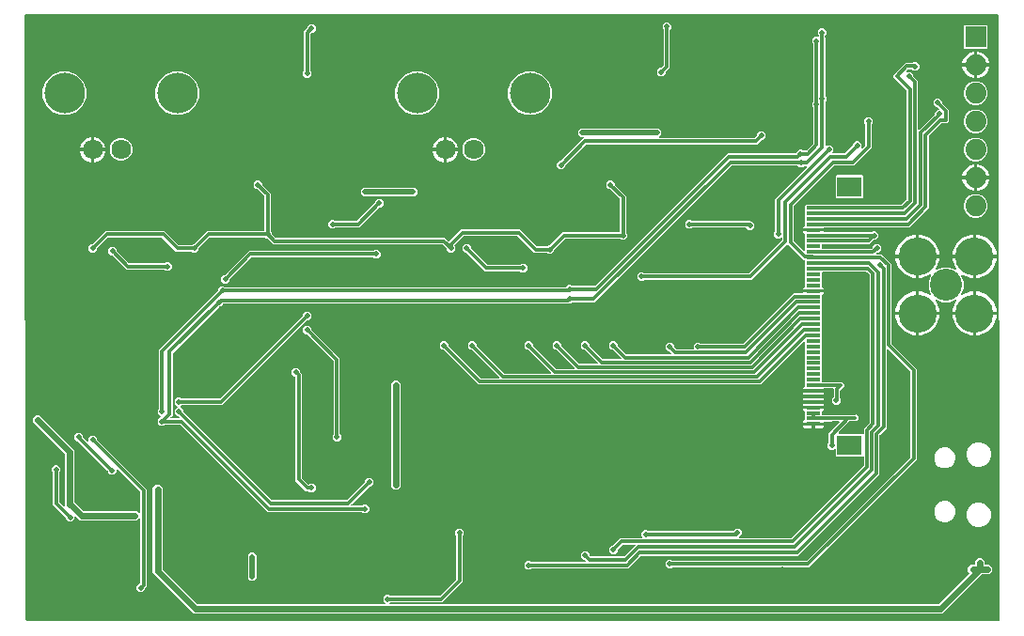
<source format=gbr>
G04 EAGLE Gerber RS-274X export*
G75*
%MOMM*%
%FSLAX34Y34*%
%LPD*%
%INBottom Copper*%
%IPPOS*%
%AMOC8*
5,1,8,0,0,1.08239X$1,22.5*%
G01*
G04 Define Apertures*
%ADD10C,1.782000*%
%ADD11C,3.657600*%
%ADD12R,1.300000X0.300000*%
%ADD13R,2.200000X1.800000*%
%ADD14R,1.890000X1.890000*%
%ADD15C,1.890000*%
%ADD16C,2.880000*%
%ADD17C,3.420000*%
%ADD18C,0.502400*%
%ADD19C,0.304800*%
%ADD20C,0.508000*%
%ADD21C,0.609600*%
G36*
X879979Y451640D02*
X879682Y451580D01*
X4026Y451580D01*
X3753Y451631D01*
X3497Y451793D01*
X3325Y452043D01*
X3264Y452340D01*
X2006Y997236D01*
X2058Y997513D01*
X2221Y997768D01*
X2471Y997940D01*
X2768Y998000D01*
X878424Y998000D01*
X878697Y997949D01*
X878953Y997787D01*
X879125Y997537D01*
X879186Y997240D01*
X880444Y452344D01*
X880392Y452067D01*
X880229Y451812D01*
X879979Y451640D01*
G37*
%LPC*%
G36*
X573743Y942368D02*
X576877Y942368D01*
X579092Y944583D01*
X579092Y945665D01*
X579148Y945951D01*
X579315Y946204D01*
X583184Y950073D01*
X583184Y984146D01*
X583240Y984432D01*
X583407Y984685D01*
X584172Y985449D01*
X584172Y988583D01*
X581957Y990798D01*
X578823Y990798D01*
X576608Y988583D01*
X576608Y985449D01*
X577373Y984685D01*
X577536Y984443D01*
X577596Y984146D01*
X577596Y952703D01*
X577540Y952417D01*
X577373Y952164D01*
X575364Y950155D01*
X575122Y949992D01*
X574825Y949932D01*
X573743Y949932D01*
X571528Y947717D01*
X571528Y944583D01*
X573743Y942368D01*
G37*
G36*
X254973Y941098D02*
X258107Y941098D01*
X260322Y943313D01*
X260322Y946447D01*
X259557Y947211D01*
X259394Y947453D01*
X259334Y947750D01*
X259334Y980237D01*
X259390Y980523D01*
X259557Y980776D01*
X260296Y981515D01*
X260538Y981678D01*
X260835Y981738D01*
X261917Y981738D01*
X264132Y983953D01*
X264132Y987087D01*
X261917Y989302D01*
X258783Y989302D01*
X256568Y987087D01*
X256568Y986005D01*
X256512Y985719D01*
X256345Y985466D01*
X253746Y982867D01*
X253746Y947750D01*
X253690Y947464D01*
X253523Y947211D01*
X252758Y946447D01*
X252758Y943313D01*
X254973Y941098D01*
G37*
G36*
X848544Y967180D02*
X868496Y967180D01*
X869240Y967924D01*
X869240Y987876D01*
X868496Y988620D01*
X848544Y988620D01*
X847800Y987876D01*
X847800Y967924D01*
X848544Y967180D01*
G37*
G36*
X454363Y497868D02*
X457497Y497868D01*
X458261Y498633D01*
X458503Y498796D01*
X458800Y498856D01*
X545501Y498856D01*
X556707Y510063D01*
X556949Y510226D01*
X557246Y510286D01*
X698786Y510286D01*
X772010Y583510D01*
X772010Y618624D01*
X772066Y618910D01*
X772233Y619163D01*
X778332Y625262D01*
X778332Y695803D01*
X778379Y696066D01*
X778538Y696324D01*
X778786Y696500D01*
X779082Y696565D01*
X779380Y696509D01*
X779633Y696342D01*
X799623Y676352D01*
X799786Y676110D01*
X799846Y675813D01*
X799846Y599643D01*
X799790Y599357D01*
X799623Y599104D01*
X706456Y505937D01*
X706214Y505774D01*
X705917Y505714D01*
X585800Y505714D01*
X585514Y505770D01*
X585261Y505937D01*
X584497Y506702D01*
X581363Y506702D01*
X579148Y504487D01*
X579148Y501353D01*
X581363Y499138D01*
X584497Y499138D01*
X585261Y499903D01*
X585503Y500066D01*
X585800Y500126D01*
X708547Y500126D01*
X805434Y597013D01*
X805434Y678443D01*
X782873Y701004D01*
X782710Y701245D01*
X782650Y701543D01*
X782650Y773125D01*
X774041Y781734D01*
X769745Y781734D01*
X769482Y781781D01*
X769224Y781940D01*
X769048Y782188D01*
X768983Y782484D01*
X769039Y782782D01*
X769206Y783035D01*
X769566Y783395D01*
X769808Y783558D01*
X770105Y783618D01*
X771187Y783618D01*
X773402Y785833D01*
X773402Y788967D01*
X771187Y791182D01*
X768053Y791182D01*
X765838Y788967D01*
X765838Y787885D01*
X765782Y787599D01*
X765615Y787346D01*
X765226Y786957D01*
X764984Y786794D01*
X764687Y786734D01*
X720942Y786734D01*
X720667Y786785D01*
X720412Y786949D01*
X720240Y787199D01*
X720180Y787496D01*
X720180Y790384D01*
X720231Y790659D01*
X720395Y790914D01*
X720645Y791086D01*
X720942Y791146D01*
X763127Y791146D01*
X766806Y794825D01*
X767048Y794988D01*
X767345Y795048D01*
X768647Y795048D01*
X770862Y797263D01*
X770862Y800397D01*
X768647Y802612D01*
X765513Y802612D01*
X764859Y801957D01*
X764617Y801794D01*
X764320Y801734D01*
X722212Y801734D01*
X721937Y801785D01*
X721682Y801949D01*
X721510Y802199D01*
X721461Y802440D01*
X703370Y802440D01*
X703370Y801388D01*
X704417Y800341D01*
X704580Y800100D01*
X704640Y799802D01*
X704640Y796884D01*
X704733Y796748D01*
X704798Y796452D01*
X704743Y796154D01*
X704640Y795999D01*
X704640Y791884D01*
X704733Y791748D01*
X704798Y791452D01*
X704743Y791154D01*
X704640Y790999D01*
X704640Y786884D01*
X704733Y786748D01*
X704798Y786452D01*
X704743Y786154D01*
X704640Y785999D01*
X704640Y785550D01*
X704593Y785286D01*
X704434Y785028D01*
X704186Y784853D01*
X703890Y784788D01*
X703592Y784843D01*
X703339Y785011D01*
X695167Y793183D01*
X695004Y793424D01*
X694944Y793722D01*
X694944Y825297D01*
X695000Y825583D01*
X695167Y825836D01*
X731184Y861853D01*
X731426Y862016D01*
X731723Y862076D01*
X749187Y862076D01*
X764794Y877683D01*
X764794Y898830D01*
X764850Y899116D01*
X765017Y899369D01*
X765782Y900133D01*
X765782Y903267D01*
X763567Y905482D01*
X760433Y905482D01*
X758218Y903267D01*
X758218Y900133D01*
X758983Y899369D01*
X759146Y899127D01*
X759206Y898830D01*
X759206Y880313D01*
X759150Y880027D01*
X758983Y879774D01*
X756923Y877714D01*
X756703Y877561D01*
X756408Y877491D01*
X756109Y877542D01*
X755854Y877706D01*
X755682Y877956D01*
X755622Y878253D01*
X755622Y881677D01*
X753407Y883892D01*
X750273Y883892D01*
X748058Y881677D01*
X748058Y880595D01*
X748002Y880309D01*
X747835Y880056D01*
X740746Y872967D01*
X740504Y872804D01*
X740207Y872744D01*
X730072Y872744D01*
X729809Y872791D01*
X729551Y872950D01*
X729375Y873198D01*
X729310Y873494D01*
X729366Y873792D01*
X729533Y874045D01*
X730222Y874733D01*
X730222Y877867D01*
X728007Y880082D01*
X724873Y880082D01*
X724411Y879619D01*
X724191Y879466D01*
X723896Y879397D01*
X723597Y879447D01*
X723342Y879611D01*
X723170Y879861D01*
X723110Y880158D01*
X723110Y919296D01*
X723166Y919582D01*
X723333Y919835D01*
X724098Y920599D01*
X724098Y923733D01*
X723333Y924497D01*
X723170Y924739D01*
X723110Y925036D01*
X723110Y977445D01*
X723107Y977448D01*
X722944Y977690D01*
X722884Y977987D01*
X722884Y978840D01*
X722940Y979126D01*
X723107Y979379D01*
X723872Y980143D01*
X723872Y983277D01*
X721657Y985492D01*
X718523Y985492D01*
X716308Y983277D01*
X716308Y980143D01*
X717073Y979379D01*
X717236Y979137D01*
X717296Y978840D01*
X717296Y978634D01*
X717245Y978359D01*
X717081Y978104D01*
X716831Y977932D01*
X716534Y977872D01*
X713443Y977872D01*
X711228Y975657D01*
X711228Y972523D01*
X711993Y971759D01*
X712156Y971517D01*
X712216Y971220D01*
X712216Y919810D01*
X712160Y919524D01*
X711993Y919271D01*
X711228Y918507D01*
X711228Y915373D01*
X711993Y914609D01*
X712156Y914367D01*
X712216Y914070D01*
X712216Y882058D01*
X712160Y881772D01*
X711993Y881520D01*
X706154Y875681D01*
X705913Y875518D01*
X705616Y875458D01*
X703736Y875458D01*
X703450Y875514D01*
X703197Y875681D01*
X702433Y876446D01*
X699299Y876446D01*
X697084Y874231D01*
X697084Y873680D01*
X697033Y873405D01*
X696869Y873150D01*
X696619Y872978D01*
X696322Y872918D01*
X635287Y872918D01*
X515956Y753587D01*
X515714Y753424D01*
X515417Y753364D01*
X495630Y753364D01*
X495344Y753420D01*
X495091Y753587D01*
X494327Y754352D01*
X491193Y754352D01*
X489159Y752317D01*
X488917Y752154D01*
X488620Y752094D01*
X183210Y752094D01*
X182924Y752150D01*
X182671Y752317D01*
X181907Y753082D01*
X178773Y753082D01*
X176558Y750867D01*
X176558Y749785D01*
X176502Y749499D01*
X176335Y749246D01*
X122936Y695847D01*
X122936Y642950D01*
X122880Y642664D01*
X122713Y642411D01*
X121948Y641647D01*
X121948Y638513D01*
X124288Y636174D01*
X124446Y635943D01*
X124511Y635647D01*
X124455Y635349D01*
X124288Y635096D01*
X121948Y632757D01*
X121948Y629623D01*
X124163Y627408D01*
X127297Y627408D01*
X128061Y628173D01*
X128303Y628336D01*
X128600Y628396D01*
X142037Y628396D01*
X142323Y628340D01*
X142576Y628173D01*
X221093Y549656D01*
X305740Y549656D01*
X306026Y549600D01*
X306279Y549433D01*
X307043Y548668D01*
X310177Y548668D01*
X312392Y550883D01*
X312392Y554017D01*
X310177Y556232D01*
X307043Y556232D01*
X306279Y555467D01*
X306037Y555304D01*
X305740Y555244D01*
X296875Y555244D01*
X296612Y555291D01*
X296354Y555450D01*
X296178Y555698D01*
X296113Y555994D01*
X296169Y556292D01*
X296336Y556545D01*
X312366Y572575D01*
X312608Y572738D01*
X312905Y572798D01*
X313987Y572798D01*
X316202Y575013D01*
X316202Y578147D01*
X313987Y580362D01*
X310853Y580362D01*
X308638Y578147D01*
X308638Y577065D01*
X308582Y576779D01*
X308415Y576526D01*
X292436Y560547D01*
X292194Y560384D01*
X291897Y560324D01*
X224993Y560324D01*
X224707Y560380D01*
X224454Y560547D01*
X144975Y640026D01*
X144812Y640268D01*
X144752Y640565D01*
X144752Y641647D01*
X142412Y643986D01*
X142254Y644217D01*
X142189Y644513D01*
X142245Y644811D01*
X142412Y645064D01*
X143301Y645953D01*
X143543Y646116D01*
X143840Y646176D01*
X180227Y646176D01*
X256486Y722435D01*
X256728Y722598D01*
X257025Y722658D01*
X258107Y722658D01*
X260322Y724873D01*
X260322Y728007D01*
X258107Y730222D01*
X254973Y730222D01*
X252758Y728007D01*
X252758Y726925D01*
X252702Y726639D01*
X252535Y726386D01*
X178136Y651987D01*
X177894Y651824D01*
X177597Y651764D01*
X143840Y651764D01*
X143554Y651820D01*
X143301Y651987D01*
X142537Y652752D01*
X139403Y652752D01*
X137188Y650537D01*
X137188Y647403D01*
X139528Y645064D01*
X139686Y644833D01*
X139751Y644537D01*
X139695Y644239D01*
X139528Y643986D01*
X137188Y641647D01*
X137188Y638513D01*
X139403Y636298D01*
X140485Y636298D01*
X140771Y636242D01*
X141024Y636075D01*
X141814Y635285D01*
X141967Y635065D01*
X142037Y634770D01*
X141986Y634471D01*
X141822Y634216D01*
X141572Y634044D01*
X141275Y633984D01*
X134315Y633984D01*
X134052Y634031D01*
X133794Y634190D01*
X133618Y634438D01*
X133553Y634734D01*
X133609Y635032D01*
X133776Y635285D01*
X135451Y636960D01*
X135451Y692640D01*
X135507Y692926D01*
X135674Y693179D01*
X177053Y734558D01*
X177295Y734721D01*
X177592Y734781D01*
X178674Y734781D01*
X180922Y737029D01*
X180940Y737129D01*
X181104Y737384D01*
X181354Y737556D01*
X181651Y737616D01*
X492647Y737616D01*
X492706Y737675D01*
X492948Y737838D01*
X493245Y737898D01*
X494327Y737898D01*
X495091Y738663D01*
X495333Y738826D01*
X495630Y738886D01*
X515507Y738886D01*
X638474Y861853D01*
X638716Y862016D01*
X639013Y862076D01*
X697819Y862076D01*
X698105Y862020D01*
X698358Y861853D01*
X699699Y860511D01*
X702833Y860511D01*
X703597Y861276D01*
X703839Y861439D01*
X704136Y861499D01*
X705848Y861499D01*
X706111Y861452D01*
X706369Y861293D01*
X706545Y861045D01*
X706610Y860749D01*
X706554Y860451D01*
X706387Y860198D01*
X677926Y831737D01*
X677926Y802970D01*
X677870Y802684D01*
X677703Y802431D01*
X676938Y801667D01*
X676938Y798533D01*
X679153Y796318D01*
X682287Y796318D01*
X682975Y797007D01*
X683195Y797160D01*
X683490Y797229D01*
X683789Y797179D01*
X684044Y797015D01*
X684216Y796765D01*
X684276Y796468D01*
X684276Y795223D01*
X684220Y794937D01*
X684053Y794684D01*
X654386Y765017D01*
X654144Y764854D01*
X653847Y764794D01*
X560400Y764794D01*
X560114Y764850D01*
X559861Y765017D01*
X559097Y765782D01*
X555963Y765782D01*
X553748Y763567D01*
X553748Y760433D01*
X555963Y758218D01*
X559097Y758218D01*
X559861Y758983D01*
X560103Y759146D01*
X560400Y759206D01*
X656477Y759206D01*
X688321Y791049D01*
X688551Y791207D01*
X688847Y791272D01*
X689145Y791217D01*
X689398Y791049D01*
X703619Y776828D01*
X703878Y776828D01*
X704153Y776777D01*
X704408Y776613D01*
X704580Y776363D01*
X704640Y776066D01*
X704640Y771884D01*
X704733Y771748D01*
X704798Y771452D01*
X704743Y771154D01*
X704640Y770999D01*
X704640Y766884D01*
X704733Y766748D01*
X704798Y766452D01*
X704743Y766154D01*
X704640Y765999D01*
X704640Y761884D01*
X704733Y761748D01*
X704798Y761452D01*
X704743Y761154D01*
X704640Y760999D01*
X704640Y756884D01*
X704733Y756748D01*
X704798Y756452D01*
X704743Y756154D01*
X704640Y755999D01*
X704640Y753078D01*
X704584Y752792D01*
X704417Y752539D01*
X703370Y751492D01*
X703370Y750440D01*
X721450Y750440D01*
X721450Y751492D01*
X720403Y752539D01*
X720240Y752781D01*
X720180Y753078D01*
X720180Y755996D01*
X720087Y756132D01*
X720022Y756428D01*
X720077Y756726D01*
X720180Y756881D01*
X720180Y760996D01*
X720087Y761132D01*
X720022Y761428D01*
X720077Y761726D01*
X720180Y761881D01*
X720180Y765384D01*
X720231Y765659D01*
X720395Y765914D01*
X720645Y766086D01*
X720942Y766146D01*
X759937Y766146D01*
X760223Y766090D01*
X760476Y765923D01*
X762793Y763606D01*
X762956Y763364D01*
X763016Y763067D01*
X763016Y630378D01*
X762960Y630092D01*
X762793Y629839D01*
X757786Y624832D01*
X757786Y620700D01*
X757739Y620436D01*
X757580Y620178D01*
X757332Y620003D01*
X757036Y619938D01*
X756738Y619993D01*
X756485Y620161D01*
X756436Y620210D01*
X735620Y620210D01*
X735356Y620257D01*
X735098Y620416D01*
X734923Y620664D01*
X734858Y620960D01*
X734913Y621258D01*
X735081Y621511D01*
X744990Y631420D01*
X745221Y631578D01*
X745517Y631643D01*
X749961Y631710D01*
X749973Y631710D01*
X751128Y631710D01*
X751932Y632539D01*
X751940Y632547D01*
X752757Y633364D01*
X752740Y634519D01*
X752740Y634530D01*
X752740Y635686D01*
X751911Y636490D01*
X751903Y636498D01*
X751086Y637315D01*
X749931Y637298D01*
X749920Y637298D01*
X742914Y637298D01*
X742847Y637252D01*
X742550Y637187D01*
X720953Y636863D01*
X720667Y636914D01*
X720412Y637077D01*
X720240Y637327D01*
X720180Y637625D01*
X720180Y639802D01*
X720236Y640088D01*
X720403Y640341D01*
X721450Y641388D01*
X721450Y642440D01*
X703370Y642440D01*
X703370Y641388D01*
X704417Y640341D01*
X704580Y640100D01*
X704640Y639802D01*
X704640Y636884D01*
X704733Y636748D01*
X704798Y636452D01*
X704743Y636154D01*
X704640Y635999D01*
X704640Y633078D01*
X704584Y632792D01*
X704417Y632539D01*
X703370Y631492D01*
X703370Y630440D01*
X721450Y630440D01*
X721450Y630531D01*
X721497Y630795D01*
X721657Y631053D01*
X721904Y631228D01*
X722201Y631293D01*
X735306Y631490D01*
X735581Y631443D01*
X735839Y631284D01*
X736014Y631036D01*
X736079Y630740D01*
X736024Y630442D01*
X735856Y630189D01*
X726186Y620519D01*
X726186Y612470D01*
X726130Y612184D01*
X725963Y611931D01*
X725198Y611167D01*
X725198Y608033D01*
X727413Y605818D01*
X730547Y605818D01*
X731339Y606611D01*
X731559Y606764D01*
X731854Y606833D01*
X732153Y606783D01*
X732408Y606619D01*
X732580Y606369D01*
X732640Y606072D01*
X732640Y600414D01*
X733384Y599670D01*
X756436Y599670D01*
X756485Y599719D01*
X756705Y599872D01*
X757000Y599942D01*
X757299Y599891D01*
X757554Y599728D01*
X757726Y599478D01*
X757786Y599180D01*
X757786Y591873D01*
X757730Y591587D01*
X757563Y591334D01*
X692486Y526257D01*
X692244Y526094D01*
X691947Y526034D01*
X646252Y526034D01*
X645989Y526081D01*
X645731Y526240D01*
X645555Y526488D01*
X645490Y526784D01*
X645546Y527082D01*
X645713Y527335D01*
X647672Y529293D01*
X647672Y532427D01*
X645457Y534642D01*
X642323Y534642D01*
X640289Y532607D01*
X640047Y532444D01*
X639750Y532384D01*
X564210Y532384D01*
X563924Y532440D01*
X563671Y532607D01*
X562907Y533372D01*
X559773Y533372D01*
X557558Y531157D01*
X557558Y528023D01*
X558247Y527335D01*
X558400Y527115D01*
X558469Y526820D01*
X558419Y526521D01*
X558255Y526266D01*
X558005Y526094D01*
X557708Y526034D01*
X538593Y526034D01*
X532184Y519625D01*
X531942Y519462D01*
X531645Y519402D01*
X530563Y519402D01*
X528348Y517187D01*
X528348Y514053D01*
X530563Y511838D01*
X533697Y511838D01*
X535912Y514053D01*
X535912Y515135D01*
X535968Y515421D01*
X536135Y515674D01*
X540684Y520223D01*
X540926Y520386D01*
X541223Y520446D01*
X551242Y520446D01*
X551505Y520399D01*
X551763Y520240D01*
X551939Y519992D01*
X552004Y519696D01*
X551948Y519398D01*
X551781Y519145D01*
X542383Y509747D01*
X542141Y509584D01*
X541844Y509524D01*
X512013Y509524D01*
X511727Y509580D01*
X511474Y509747D01*
X510735Y510486D01*
X510572Y510728D01*
X510512Y511025D01*
X510512Y512107D01*
X508297Y514322D01*
X505163Y514322D01*
X502948Y512107D01*
X502948Y508973D01*
X505163Y506758D01*
X506245Y506758D01*
X506531Y506702D01*
X506784Y506535D01*
X507574Y505745D01*
X507727Y505525D01*
X507797Y505230D01*
X507746Y504931D01*
X507582Y504676D01*
X507332Y504504D01*
X507035Y504444D01*
X458800Y504444D01*
X458514Y504500D01*
X458261Y504667D01*
X457497Y505432D01*
X454363Y505432D01*
X452148Y503217D01*
X452148Y500083D01*
X454363Y497868D01*
G37*
G36*
X860044Y954024D02*
X870510Y954024D01*
X870510Y954885D01*
X868685Y959292D01*
X865312Y962665D01*
X860905Y964490D01*
X860044Y964490D01*
X860044Y954024D01*
G37*
G36*
X846530Y954024D02*
X856996Y954024D01*
X856996Y964490D01*
X856135Y964490D01*
X851728Y962665D01*
X848355Y959292D01*
X846530Y954885D01*
X846530Y954024D01*
G37*
G36*
X703370Y805440D02*
X721460Y805440D01*
X721501Y805659D01*
X721665Y805914D01*
X721915Y806086D01*
X722212Y806146D01*
X798789Y806146D01*
X816171Y823528D01*
X816171Y888104D01*
X816227Y888390D01*
X816394Y888643D01*
X827704Y899953D01*
X827946Y900116D01*
X828243Y900176D01*
X833007Y900176D01*
X834644Y901813D01*
X834644Y911973D01*
X828235Y918382D01*
X828072Y918624D01*
X828012Y918921D01*
X828012Y920003D01*
X825797Y922218D01*
X822663Y922218D01*
X820448Y920003D01*
X820448Y916869D01*
X822663Y914654D01*
X823745Y914654D01*
X824031Y914598D01*
X824284Y914431D01*
X825356Y913359D01*
X825509Y913139D01*
X825579Y912844D01*
X825528Y912545D01*
X825364Y912290D01*
X825114Y912118D01*
X824817Y912058D01*
X823933Y912058D01*
X821718Y909843D01*
X821718Y908535D01*
X821662Y908249D01*
X821495Y907996D01*
X807757Y894258D01*
X807537Y894105D01*
X807242Y894035D01*
X806943Y894086D01*
X806688Y894250D01*
X806516Y894500D01*
X806456Y894797D01*
X806456Y938282D01*
X802452Y942286D01*
X802289Y942528D01*
X802229Y942825D01*
X802229Y943907D01*
X800014Y946122D01*
X796973Y946122D01*
X796710Y946169D01*
X796452Y946328D01*
X796276Y946576D01*
X796211Y946872D01*
X796267Y947170D01*
X796434Y947423D01*
X797450Y948439D01*
X797692Y948602D01*
X797989Y948662D01*
X800814Y948662D01*
X801100Y948606D01*
X801353Y948439D01*
X802343Y947448D01*
X805477Y947448D01*
X807692Y949663D01*
X807692Y952797D01*
X805477Y955012D01*
X802343Y955012D01*
X801805Y954473D01*
X801563Y954310D01*
X801266Y954250D01*
X795359Y954250D01*
X784606Y943497D01*
X784606Y941183D01*
X796327Y929462D01*
X796490Y929220D01*
X796550Y928923D01*
X796550Y831716D01*
X796494Y831430D01*
X796327Y831177D01*
X792107Y826957D01*
X791866Y826794D01*
X791568Y826734D01*
X711031Y826734D01*
X710913Y826710D01*
X705384Y826710D01*
X704640Y825966D01*
X704640Y821884D01*
X704733Y821748D01*
X704798Y821452D01*
X704743Y821154D01*
X704640Y820999D01*
X704640Y816884D01*
X704733Y816748D01*
X704798Y816452D01*
X704743Y816154D01*
X704640Y815999D01*
X704640Y811884D01*
X704733Y811748D01*
X704798Y811452D01*
X704743Y811154D01*
X704640Y810999D01*
X704640Y808078D01*
X704584Y807792D01*
X704417Y807539D01*
X703370Y806492D01*
X703370Y805440D01*
G37*
G36*
X856135Y940510D02*
X856996Y940510D01*
X856996Y950976D01*
X846530Y950976D01*
X846530Y950115D01*
X848355Y945708D01*
X851728Y942335D01*
X856135Y940510D01*
G37*
G36*
X860044Y940510D02*
X860905Y940510D01*
X865312Y942335D01*
X868685Y945708D01*
X870510Y950115D01*
X870510Y950976D01*
X860044Y950976D01*
X860044Y940510D01*
G37*
G36*
X34210Y907542D02*
X41990Y907542D01*
X49179Y910520D01*
X54680Y916021D01*
X57658Y923210D01*
X57658Y930990D01*
X54680Y938179D01*
X49179Y943680D01*
X41990Y946658D01*
X34210Y946658D01*
X27021Y943680D01*
X21520Y938179D01*
X18542Y930990D01*
X18542Y923210D01*
X21520Y916021D01*
X27021Y910520D01*
X34210Y907542D01*
G37*
G36*
X351710Y907542D02*
X359490Y907542D01*
X366679Y910520D01*
X372180Y916021D01*
X375158Y923210D01*
X375158Y930990D01*
X372180Y938179D01*
X366679Y943680D01*
X359490Y946658D01*
X351710Y946658D01*
X344521Y943680D01*
X339020Y938179D01*
X336042Y930990D01*
X336042Y923210D01*
X339020Y916021D01*
X344521Y910520D01*
X351710Y907542D01*
G37*
G36*
X453310Y907542D02*
X461090Y907542D01*
X468279Y910520D01*
X473780Y916021D01*
X476758Y923210D01*
X476758Y930990D01*
X473780Y938179D01*
X468279Y943680D01*
X461090Y946658D01*
X453310Y946658D01*
X446121Y943680D01*
X440620Y938179D01*
X437642Y930990D01*
X437642Y923210D01*
X440620Y916021D01*
X446121Y910520D01*
X453310Y907542D01*
G37*
G36*
X135810Y907542D02*
X143590Y907542D01*
X150779Y910520D01*
X156280Y916021D01*
X159258Y923210D01*
X159258Y930990D01*
X156280Y938179D01*
X150779Y943680D01*
X143590Y946658D01*
X135810Y946658D01*
X128621Y943680D01*
X123120Y938179D01*
X120142Y930990D01*
X120142Y923210D01*
X123120Y916021D01*
X128621Y910520D01*
X135810Y907542D01*
G37*
G36*
X856388Y916380D02*
X860652Y916380D01*
X864592Y918012D01*
X867608Y921028D01*
X869240Y924968D01*
X869240Y929232D01*
X867608Y933172D01*
X864592Y936188D01*
X860652Y937820D01*
X856388Y937820D01*
X852448Y936188D01*
X849432Y933172D01*
X847800Y929232D01*
X847800Y924968D01*
X849432Y921028D01*
X852448Y918012D01*
X856388Y916380D01*
G37*
G36*
X856388Y890980D02*
X860652Y890980D01*
X864592Y892612D01*
X867608Y895628D01*
X869240Y899568D01*
X869240Y903832D01*
X867608Y907772D01*
X864592Y910788D01*
X860652Y912420D01*
X856388Y912420D01*
X852448Y910788D01*
X849432Y907772D01*
X847800Y903832D01*
X847800Y899568D01*
X849432Y895628D01*
X852448Y892612D01*
X856388Y890980D01*
G37*
G36*
X483573Y858548D02*
X486707Y858548D01*
X488922Y860763D01*
X488922Y861845D01*
X488978Y862131D01*
X489145Y862384D01*
X507664Y880903D01*
X507906Y881066D01*
X508203Y881126D01*
X661557Y881126D01*
X665426Y884995D01*
X665668Y885158D01*
X665965Y885218D01*
X667047Y885218D01*
X669262Y887433D01*
X669262Y890567D01*
X667047Y892782D01*
X663913Y892782D01*
X661698Y890567D01*
X661698Y889485D01*
X661642Y889199D01*
X661475Y888946D01*
X659466Y886937D01*
X659224Y886774D01*
X658927Y886714D01*
X573902Y886714D01*
X573638Y886761D01*
X573380Y886920D01*
X573205Y887168D01*
X573140Y887464D01*
X573195Y887762D01*
X573363Y888015D01*
X575310Y889962D01*
X575310Y893118D01*
X573078Y895350D01*
X502612Y895350D01*
X500380Y893118D01*
X500380Y889962D01*
X502612Y887730D01*
X504749Y887730D01*
X505012Y887683D01*
X505270Y887524D01*
X505446Y887276D01*
X505511Y886980D01*
X505455Y886682D01*
X505288Y886429D01*
X485194Y866335D01*
X484952Y866172D01*
X484655Y866112D01*
X483573Y866112D01*
X481358Y863897D01*
X481358Y860763D01*
X483573Y858548D01*
G37*
G36*
X369550Y877824D02*
X379476Y877824D01*
X379476Y887750D01*
X378722Y887750D01*
X374514Y886007D01*
X371293Y882786D01*
X369550Y878578D01*
X369550Y877824D01*
G37*
G36*
X52050Y877824D02*
X61976Y877824D01*
X61976Y887750D01*
X61222Y887750D01*
X57014Y886007D01*
X53793Y882786D01*
X52050Y878578D01*
X52050Y877824D01*
G37*
G36*
X65024Y877824D02*
X74950Y877824D01*
X74950Y878578D01*
X73207Y882786D01*
X69986Y886007D01*
X65778Y887750D01*
X65024Y887750D01*
X65024Y877824D01*
G37*
G36*
X382524Y877824D02*
X392450Y877824D01*
X392450Y878578D01*
X390707Y882786D01*
X387486Y886007D01*
X383278Y887750D01*
X382524Y887750D01*
X382524Y877824D01*
G37*
G36*
X856388Y865580D02*
X860652Y865580D01*
X864592Y867212D01*
X867608Y870228D01*
X869240Y874168D01*
X869240Y878432D01*
X867608Y882372D01*
X864592Y885388D01*
X860652Y887020D01*
X856388Y887020D01*
X852448Y885388D01*
X849432Y882372D01*
X847800Y878432D01*
X847800Y874168D01*
X849432Y870228D01*
X852448Y867212D01*
X856388Y865580D01*
G37*
G36*
X404375Y866120D02*
X408425Y866120D01*
X412167Y867670D01*
X415030Y870533D01*
X416580Y874275D01*
X416580Y878325D01*
X415030Y882067D01*
X412167Y884930D01*
X408425Y886480D01*
X404375Y886480D01*
X400633Y884930D01*
X397770Y882067D01*
X396220Y878325D01*
X396220Y874275D01*
X397770Y870533D01*
X400633Y867670D01*
X404375Y866120D01*
G37*
G36*
X86875Y866120D02*
X90925Y866120D01*
X94667Y867670D01*
X97530Y870533D01*
X99080Y874275D01*
X99080Y878325D01*
X97530Y882067D01*
X94667Y884930D01*
X90925Y886480D01*
X86875Y886480D01*
X83133Y884930D01*
X80270Y882067D01*
X78720Y878325D01*
X78720Y874275D01*
X80270Y870533D01*
X83133Y867670D01*
X86875Y866120D01*
G37*
G36*
X61222Y864850D02*
X61976Y864850D01*
X61976Y874776D01*
X52050Y874776D01*
X52050Y874022D01*
X53793Y869814D01*
X57014Y866593D01*
X61222Y864850D01*
G37*
G36*
X382524Y864850D02*
X383278Y864850D01*
X387486Y866593D01*
X390707Y869814D01*
X392450Y874022D01*
X392450Y874776D01*
X382524Y874776D01*
X382524Y864850D01*
G37*
G36*
X378722Y864850D02*
X379476Y864850D01*
X379476Y874776D01*
X369550Y874776D01*
X369550Y874022D01*
X371293Y869814D01*
X374514Y866593D01*
X378722Y864850D01*
G37*
G36*
X65024Y864850D02*
X65778Y864850D01*
X69986Y866593D01*
X73207Y869814D01*
X74950Y874022D01*
X74950Y874776D01*
X65024Y874776D01*
X65024Y864850D01*
G37*
G36*
X846530Y852424D02*
X856996Y852424D01*
X856996Y862890D01*
X856135Y862890D01*
X851728Y861065D01*
X848355Y857692D01*
X846530Y853285D01*
X846530Y852424D01*
G37*
G36*
X860044Y852424D02*
X870510Y852424D01*
X870510Y853285D01*
X868685Y857692D01*
X865312Y861065D01*
X860905Y862890D01*
X860044Y862890D01*
X860044Y852424D01*
G37*
G36*
X733384Y832670D02*
X756436Y832670D01*
X757180Y833414D01*
X757180Y852466D01*
X756436Y853210D01*
X733384Y853210D01*
X732640Y852466D01*
X732640Y833414D01*
X733384Y832670D01*
G37*
G36*
X856135Y838910D02*
X856996Y838910D01*
X856996Y849376D01*
X846530Y849376D01*
X846530Y848515D01*
X848355Y844108D01*
X851728Y840735D01*
X856135Y838910D01*
G37*
G36*
X860044Y838910D02*
X860905Y838910D01*
X865312Y840735D01*
X868685Y844108D01*
X870510Y848515D01*
X870510Y849376D01*
X860044Y849376D01*
X860044Y838910D01*
G37*
G36*
X473413Y782348D02*
X476547Y782348D01*
X478762Y784563D01*
X478762Y785645D01*
X478818Y785931D01*
X478985Y786184D01*
X488614Y795813D01*
X488856Y795976D01*
X489153Y796036D01*
X538150Y796036D01*
X538436Y795980D01*
X538689Y795813D01*
X539453Y795048D01*
X542587Y795048D01*
X544802Y797263D01*
X544802Y800397D01*
X544037Y801161D01*
X543874Y801403D01*
X543814Y801700D01*
X543814Y834277D01*
X533595Y844496D01*
X533432Y844738D01*
X533372Y845035D01*
X533372Y846117D01*
X531157Y848332D01*
X528023Y848332D01*
X525808Y846117D01*
X525808Y842983D01*
X528023Y840768D01*
X529105Y840768D01*
X529391Y840712D01*
X529644Y840545D01*
X538003Y832186D01*
X538166Y831944D01*
X538226Y831647D01*
X538226Y802386D01*
X538175Y802111D01*
X538011Y801856D01*
X537761Y801684D01*
X537464Y801624D01*
X486523Y801624D01*
X475034Y790135D01*
X474792Y789972D01*
X474495Y789912D01*
X473413Y789912D01*
X472649Y789147D01*
X472407Y788984D01*
X472110Y788924D01*
X463753Y788924D01*
X463467Y788980D01*
X463214Y789147D01*
X448197Y804164D01*
X395083Y804164D01*
X384714Y793795D01*
X384483Y793637D01*
X384187Y793572D01*
X383889Y793628D01*
X383636Y793795D01*
X380887Y796544D01*
X228803Y796544D01*
X228517Y796600D01*
X228264Y796767D01*
X224985Y800046D01*
X224822Y800288D01*
X224762Y800585D01*
X224762Y801667D01*
X223997Y802431D01*
X223834Y802673D01*
X223774Y802970D01*
X223774Y836817D01*
X216095Y844496D01*
X215932Y844738D01*
X215872Y845035D01*
X215872Y846117D01*
X213657Y848332D01*
X210523Y848332D01*
X208308Y846117D01*
X208308Y842983D01*
X210523Y840768D01*
X211605Y840768D01*
X211891Y840712D01*
X212144Y840545D01*
X217963Y834726D01*
X218126Y834484D01*
X218186Y834187D01*
X218186Y803656D01*
X218135Y803381D01*
X217971Y803126D01*
X217721Y802954D01*
X217424Y802894D01*
X166483Y802894D01*
X154994Y791405D01*
X154752Y791242D01*
X154455Y791182D01*
X153373Y791182D01*
X152609Y790417D01*
X152367Y790254D01*
X152070Y790194D01*
X141173Y790194D01*
X140887Y790250D01*
X140634Y790417D01*
X128157Y802894D01*
X75043Y802894D01*
X63554Y791405D01*
X63312Y791242D01*
X63015Y791182D01*
X61933Y791182D01*
X59718Y788967D01*
X59718Y785833D01*
X61933Y783618D01*
X65067Y783618D01*
X67282Y785833D01*
X67282Y786915D01*
X67338Y787201D01*
X67505Y787454D01*
X77134Y797083D01*
X77376Y797246D01*
X77673Y797306D01*
X125527Y797306D01*
X125813Y797250D01*
X126066Y797083D01*
X138543Y784606D01*
X152070Y784606D01*
X152356Y784550D01*
X152609Y784383D01*
X153373Y783618D01*
X156507Y783618D01*
X158722Y785833D01*
X158722Y786915D01*
X158778Y787201D01*
X158945Y787454D01*
X168574Y797083D01*
X168816Y797246D01*
X169113Y797306D01*
X218110Y797306D01*
X218396Y797250D01*
X218649Y797083D01*
X219413Y796318D01*
X220495Y796318D01*
X220781Y796262D01*
X221034Y796095D01*
X226173Y790956D01*
X378257Y790956D01*
X378543Y790900D01*
X378796Y790733D01*
X382075Y787454D01*
X382238Y787212D01*
X382298Y786915D01*
X382298Y785833D01*
X384513Y783618D01*
X387647Y783618D01*
X389862Y785833D01*
X389862Y788967D01*
X389364Y789465D01*
X389206Y789695D01*
X389141Y789991D01*
X389196Y790290D01*
X389364Y790542D01*
X397174Y798353D01*
X397416Y798516D01*
X397713Y798576D01*
X445567Y798576D01*
X445853Y798520D01*
X446106Y798353D01*
X461123Y783336D01*
X472110Y783336D01*
X472396Y783280D01*
X472649Y783113D01*
X473413Y782348D01*
G37*
G36*
X307032Y834390D02*
X353368Y834390D01*
X355600Y836622D01*
X355600Y839778D01*
X353368Y842010D01*
X307032Y842010D01*
X304800Y839778D01*
X304800Y836622D01*
X307032Y834390D01*
G37*
G36*
X856388Y814780D02*
X860652Y814780D01*
X864592Y816412D01*
X867608Y819428D01*
X869240Y823368D01*
X869240Y827632D01*
X867608Y831572D01*
X864592Y834588D01*
X860652Y836220D01*
X856388Y836220D01*
X852448Y834588D01*
X849432Y831572D01*
X847800Y827632D01*
X847800Y823368D01*
X849432Y819428D01*
X852448Y816412D01*
X856388Y814780D01*
G37*
G36*
X277833Y805208D02*
X280967Y805208D01*
X281731Y805973D01*
X281973Y806136D01*
X282270Y806196D01*
X303417Y806196D01*
X321256Y824035D01*
X321498Y824198D01*
X321795Y824258D01*
X322877Y824258D01*
X325092Y826473D01*
X325092Y829607D01*
X322877Y831822D01*
X319743Y831822D01*
X317528Y829607D01*
X317528Y828525D01*
X317472Y828239D01*
X317305Y827986D01*
X301326Y812007D01*
X301084Y811844D01*
X300787Y811784D01*
X282270Y811784D01*
X281984Y811840D01*
X281731Y812007D01*
X280967Y812772D01*
X277833Y812772D01*
X275618Y810557D01*
X275618Y807423D01*
X277833Y805208D01*
G37*
G36*
X653753Y803938D02*
X656887Y803938D01*
X659102Y806153D01*
X659102Y809287D01*
X656887Y811502D01*
X655805Y811502D01*
X655519Y811558D01*
X655266Y811725D01*
X655207Y811784D01*
X603580Y811784D01*
X603294Y811840D01*
X603041Y812007D01*
X602277Y812772D01*
X599143Y812772D01*
X596928Y810557D01*
X596928Y807423D01*
X599143Y805208D01*
X602277Y805208D01*
X603041Y805973D01*
X603283Y806136D01*
X603580Y806196D01*
X651180Y806196D01*
X651466Y806140D01*
X651719Y805973D01*
X653753Y803938D01*
G37*
G36*
X837960Y781654D02*
X856076Y781654D01*
X856076Y799770D01*
X853693Y799770D01*
X846475Y796780D01*
X840950Y791255D01*
X837960Y784037D01*
X837960Y781654D01*
G37*
G36*
X786460Y781654D02*
X804576Y781654D01*
X804576Y799770D01*
X802193Y799770D01*
X794975Y796780D01*
X789450Y791255D01*
X786460Y784037D01*
X786460Y781654D01*
G37*
G36*
X807624Y781654D02*
X825740Y781654D01*
X825740Y784037D01*
X822750Y791255D01*
X817225Y796780D01*
X810007Y799770D01*
X807624Y799770D01*
X807624Y781654D01*
G37*
G36*
X859124Y781654D02*
X877240Y781654D01*
X877240Y784037D01*
X874250Y791255D01*
X868725Y796780D01*
X861507Y799770D01*
X859124Y799770D01*
X859124Y781654D01*
G37*
G36*
X449283Y765838D02*
X452417Y765838D01*
X454632Y768053D01*
X454632Y771187D01*
X452417Y773402D01*
X449283Y773402D01*
X448519Y772637D01*
X448277Y772474D01*
X447980Y772414D01*
X419303Y772414D01*
X419017Y772470D01*
X418764Y772637D01*
X404055Y787346D01*
X403892Y787588D01*
X403832Y787885D01*
X403832Y788967D01*
X401617Y791182D01*
X398483Y791182D01*
X396268Y788967D01*
X396268Y785833D01*
X398483Y783618D01*
X399565Y783618D01*
X399851Y783562D01*
X400104Y783395D01*
X416673Y766826D01*
X447980Y766826D01*
X448266Y766770D01*
X448519Y766603D01*
X449283Y765838D01*
G37*
G36*
X129243Y767108D02*
X132377Y767108D01*
X134592Y769323D01*
X134592Y772457D01*
X132377Y774672D01*
X129243Y774672D01*
X128479Y773907D01*
X128237Y773744D01*
X127940Y773684D01*
X96723Y773684D01*
X96437Y773740D01*
X96184Y773907D01*
X85285Y784806D01*
X85122Y785048D01*
X85062Y785345D01*
X85062Y786427D01*
X82847Y788642D01*
X79713Y788642D01*
X77498Y786427D01*
X77498Y783293D01*
X79713Y781078D01*
X80795Y781078D01*
X81081Y781022D01*
X81334Y780855D01*
X94093Y768096D01*
X127940Y768096D01*
X128226Y768040D01*
X128479Y767873D01*
X129243Y767108D01*
G37*
G36*
X181313Y755678D02*
X184447Y755678D01*
X186662Y757893D01*
X186662Y758975D01*
X186718Y759261D01*
X186885Y759514D01*
X206448Y779077D01*
X206690Y779240D01*
X206987Y779300D01*
X315900Y779300D01*
X316186Y779244D01*
X316439Y779077D01*
X317203Y778312D01*
X320337Y778312D01*
X322552Y780527D01*
X322552Y783661D01*
X320337Y785876D01*
X317203Y785876D01*
X316439Y785111D01*
X316197Y784948D01*
X315900Y784888D01*
X204357Y784888D01*
X182934Y763465D01*
X182692Y763302D01*
X182395Y763242D01*
X181313Y763242D01*
X179098Y761027D01*
X179098Y757893D01*
X181313Y755678D01*
G37*
G36*
X807624Y730154D02*
X825740Y730154D01*
X825740Y732537D01*
X822737Y739786D01*
X822680Y740047D01*
X822728Y740346D01*
X822890Y740603D01*
X823139Y740776D01*
X823435Y740839D01*
X823733Y740781D01*
X828733Y738710D01*
X834967Y738710D01*
X839967Y740781D01*
X840228Y740839D01*
X840528Y740790D01*
X840784Y740629D01*
X840958Y740380D01*
X841021Y740083D01*
X840963Y739786D01*
X837960Y732537D01*
X837960Y730154D01*
X856076Y730154D01*
X856076Y748270D01*
X853693Y748270D01*
X846445Y745267D01*
X846183Y745210D01*
X845884Y745258D01*
X845627Y745420D01*
X845454Y745669D01*
X845391Y745965D01*
X845449Y746263D01*
X847520Y751263D01*
X847520Y757497D01*
X845449Y762497D01*
X845392Y762758D01*
X845440Y763058D01*
X845601Y763314D01*
X845850Y763488D01*
X846147Y763551D01*
X846445Y763493D01*
X853693Y760490D01*
X856076Y760490D01*
X856076Y778606D01*
X837960Y778606D01*
X837960Y776223D01*
X840963Y768975D01*
X841020Y768713D01*
X840972Y768414D01*
X840810Y768157D01*
X840561Y767984D01*
X840265Y767921D01*
X839967Y767979D01*
X834967Y770050D01*
X828733Y770050D01*
X823733Y767979D01*
X823472Y767922D01*
X823172Y767970D01*
X822916Y768131D01*
X822742Y768380D01*
X822679Y768677D01*
X822737Y768975D01*
X825740Y776223D01*
X825740Y778606D01*
X807624Y778606D01*
X807624Y760490D01*
X810007Y760490D01*
X817256Y763493D01*
X817517Y763550D01*
X817816Y763502D01*
X818073Y763340D01*
X818246Y763091D01*
X818309Y762795D01*
X818251Y762497D01*
X816180Y757497D01*
X816180Y751263D01*
X818251Y746263D01*
X818309Y746002D01*
X818260Y745702D01*
X818099Y745446D01*
X817850Y745272D01*
X817553Y745209D01*
X817256Y745267D01*
X810007Y748270D01*
X807624Y748270D01*
X807624Y730154D01*
G37*
G36*
X859124Y760490D02*
X861507Y760490D01*
X868725Y763480D01*
X874250Y769005D01*
X877240Y776223D01*
X877240Y778606D01*
X859124Y778606D01*
X859124Y760490D01*
G37*
G36*
X802193Y760490D02*
X804576Y760490D01*
X804576Y778606D01*
X786460Y778606D01*
X786460Y776223D01*
X789450Y769005D01*
X794975Y763480D01*
X802193Y760490D01*
G37*
G36*
X859124Y730154D02*
X877240Y730154D01*
X877240Y732537D01*
X874250Y739755D01*
X868725Y745280D01*
X861507Y748270D01*
X859124Y748270D01*
X859124Y730154D01*
G37*
G36*
X786460Y730154D02*
X804576Y730154D01*
X804576Y748270D01*
X802193Y748270D01*
X794975Y745280D01*
X789450Y739755D01*
X786460Y732537D01*
X786460Y730154D01*
G37*
G36*
X731223Y646458D02*
X734357Y646458D01*
X736572Y648673D01*
X736572Y651826D01*
X736450Y652007D01*
X736390Y652304D01*
X736390Y658854D01*
X736446Y659140D01*
X736613Y659393D01*
X740003Y662783D01*
X740003Y665097D01*
X738366Y666734D01*
X720942Y666734D01*
X720667Y666785D01*
X720412Y666949D01*
X720240Y667199D01*
X720180Y667496D01*
X720180Y670996D01*
X720087Y671132D01*
X720022Y671428D01*
X720077Y671726D01*
X720180Y671881D01*
X720180Y675996D01*
X720087Y676132D01*
X720022Y676428D01*
X720077Y676726D01*
X720180Y676881D01*
X720180Y680996D01*
X720087Y681132D01*
X720022Y681428D01*
X720077Y681726D01*
X720180Y681881D01*
X720180Y685996D01*
X720087Y686132D01*
X720022Y686428D01*
X720077Y686726D01*
X720180Y686881D01*
X720180Y690996D01*
X720087Y691132D01*
X720022Y691428D01*
X720077Y691726D01*
X720180Y691881D01*
X720180Y695996D01*
X720087Y696132D01*
X720022Y696428D01*
X720077Y696726D01*
X720180Y696881D01*
X720180Y700996D01*
X720087Y701132D01*
X720022Y701428D01*
X720077Y701726D01*
X720180Y701881D01*
X720180Y705996D01*
X720087Y706132D01*
X720022Y706428D01*
X720077Y706726D01*
X720180Y706881D01*
X720180Y710996D01*
X720087Y711132D01*
X720022Y711428D01*
X720077Y711726D01*
X720180Y711881D01*
X720180Y715996D01*
X720087Y716132D01*
X720022Y716428D01*
X720077Y716726D01*
X720180Y716881D01*
X720180Y720996D01*
X720087Y721132D01*
X720022Y721428D01*
X720077Y721726D01*
X720180Y721881D01*
X720180Y725996D01*
X720087Y726132D01*
X720022Y726428D01*
X720077Y726726D01*
X720180Y726881D01*
X720180Y730996D01*
X720087Y731132D01*
X720022Y731428D01*
X720077Y731726D01*
X720180Y731881D01*
X720180Y735996D01*
X720087Y736132D01*
X720022Y736428D01*
X720077Y736726D01*
X720180Y736881D01*
X720180Y740996D01*
X720087Y741132D01*
X720022Y741428D01*
X720077Y741726D01*
X720180Y741881D01*
X720180Y744802D01*
X720236Y745088D01*
X720403Y745341D01*
X721450Y746388D01*
X721450Y747440D01*
X703360Y747440D01*
X703319Y747221D01*
X703155Y746966D01*
X702905Y746794D01*
X702608Y746734D01*
X694381Y746734D01*
X649446Y701799D01*
X649204Y701636D01*
X648907Y701576D01*
X610918Y701576D01*
X610632Y701632D01*
X610379Y701799D01*
X609897Y702282D01*
X606763Y702282D01*
X604548Y700067D01*
X604548Y696750D01*
X604497Y696475D01*
X604333Y696220D01*
X604083Y696048D01*
X603786Y695988D01*
X589709Y695988D01*
X589423Y696044D01*
X589170Y696211D01*
X586935Y698446D01*
X586772Y698688D01*
X586712Y698985D01*
X586712Y700067D01*
X584497Y702282D01*
X581363Y702282D01*
X579148Y700067D01*
X579148Y696933D01*
X581363Y694718D01*
X582445Y694718D01*
X582731Y694662D01*
X582984Y694495D01*
X584508Y692971D01*
X584661Y692751D01*
X584731Y692456D01*
X584680Y692157D01*
X584517Y691902D01*
X584266Y691730D01*
X583969Y691670D01*
X544497Y691670D01*
X544211Y691726D01*
X543958Y691893D01*
X536135Y699716D01*
X535972Y699958D01*
X535912Y700255D01*
X535912Y701337D01*
X533697Y703552D01*
X530563Y703552D01*
X528348Y701337D01*
X528348Y698203D01*
X530563Y695988D01*
X531645Y695988D01*
X531931Y695932D01*
X532184Y695765D01*
X539296Y688653D01*
X539449Y688433D01*
X539519Y688138D01*
X539468Y687839D01*
X539305Y687584D01*
X539055Y687412D01*
X538757Y687352D01*
X523415Y687352D01*
X523129Y687407D01*
X522876Y687575D01*
X510735Y699716D01*
X510572Y699958D01*
X510512Y700255D01*
X510512Y701337D01*
X508297Y703552D01*
X505163Y703552D01*
X502948Y701337D01*
X502948Y698203D01*
X505163Y695988D01*
X506245Y695988D01*
X506531Y695932D01*
X506784Y695765D01*
X518214Y684335D01*
X518367Y684115D01*
X518437Y683820D01*
X518386Y683521D01*
X518223Y683266D01*
X517973Y683094D01*
X517675Y683034D01*
X502333Y683034D01*
X502047Y683089D01*
X501794Y683257D01*
X485335Y699716D01*
X485172Y699958D01*
X485112Y700255D01*
X485112Y701337D01*
X482897Y703552D01*
X479763Y703552D01*
X477548Y701337D01*
X477548Y698203D01*
X479763Y695988D01*
X480845Y695988D01*
X481131Y695932D01*
X481384Y695765D01*
X497132Y680016D01*
X497285Y679797D01*
X497355Y679502D01*
X497304Y679203D01*
X497141Y678947D01*
X496891Y678776D01*
X496593Y678716D01*
X481251Y678716D01*
X480965Y678771D01*
X480713Y678939D01*
X459935Y699716D01*
X459772Y699958D01*
X459712Y700255D01*
X459712Y701337D01*
X457497Y703552D01*
X454363Y703552D01*
X452148Y701337D01*
X452148Y698203D01*
X454363Y695988D01*
X455445Y695988D01*
X455731Y695932D01*
X455984Y695765D01*
X476050Y675698D01*
X476203Y675479D01*
X476273Y675184D01*
X476222Y674885D01*
X476059Y674629D01*
X475809Y674458D01*
X475512Y674398D01*
X434769Y674398D01*
X434483Y674453D01*
X434231Y674621D01*
X409135Y699716D01*
X408972Y699958D01*
X408912Y700255D01*
X408912Y701337D01*
X406697Y703552D01*
X403563Y703552D01*
X401348Y701337D01*
X401348Y698203D01*
X403563Y695988D01*
X404645Y695988D01*
X404931Y695932D01*
X405184Y695765D01*
X429568Y671380D01*
X429721Y671161D01*
X429791Y670866D01*
X429740Y670567D01*
X429577Y670311D01*
X429327Y670140D01*
X429030Y670079D01*
X413688Y670079D01*
X413402Y670135D01*
X413149Y670303D01*
X383735Y699716D01*
X383572Y699958D01*
X383512Y700255D01*
X383512Y701337D01*
X381297Y703552D01*
X378163Y703552D01*
X375948Y701337D01*
X375948Y698203D01*
X378163Y695988D01*
X379245Y695988D01*
X379531Y695932D01*
X379784Y695765D01*
X411057Y664491D01*
X664961Y664491D01*
X703339Y702869D01*
X703559Y703022D01*
X703854Y703092D01*
X704153Y703041D01*
X704408Y702878D01*
X704580Y702628D01*
X704640Y702330D01*
X704640Y701884D01*
X704733Y701748D01*
X704798Y701452D01*
X704743Y701154D01*
X704640Y700999D01*
X704640Y696884D01*
X704733Y696748D01*
X704798Y696452D01*
X704743Y696154D01*
X704640Y695999D01*
X704640Y691884D01*
X704733Y691748D01*
X704798Y691452D01*
X704743Y691154D01*
X704640Y690999D01*
X704640Y686884D01*
X704733Y686748D01*
X704798Y686452D01*
X704743Y686154D01*
X704640Y685999D01*
X704640Y681884D01*
X704733Y681748D01*
X704798Y681452D01*
X704743Y681154D01*
X704640Y680999D01*
X704640Y676884D01*
X704733Y676748D01*
X704798Y676452D01*
X704743Y676154D01*
X704640Y675999D01*
X704640Y671884D01*
X704733Y671748D01*
X704798Y671452D01*
X704743Y671154D01*
X704640Y670999D01*
X704640Y666884D01*
X704733Y666748D01*
X704798Y666452D01*
X704743Y666154D01*
X704640Y665999D01*
X704640Y663078D01*
X704584Y662792D01*
X704417Y662539D01*
X703370Y661492D01*
X703370Y660440D01*
X721460Y660440D01*
X721501Y660659D01*
X721665Y660914D01*
X721915Y661086D01*
X722212Y661146D01*
X730040Y661146D01*
X730315Y661095D01*
X730570Y660931D01*
X730742Y660681D01*
X730802Y660384D01*
X730802Y653916D01*
X730746Y653630D01*
X730579Y653377D01*
X729008Y651807D01*
X729008Y648673D01*
X731223Y646458D01*
G37*
G36*
X802193Y708990D02*
X804576Y708990D01*
X804576Y727106D01*
X786460Y727106D01*
X786460Y724723D01*
X789450Y717505D01*
X794975Y711980D01*
X802193Y708990D01*
G37*
G36*
X859124Y708990D02*
X861507Y708990D01*
X868725Y711980D01*
X874250Y717505D01*
X877240Y724723D01*
X877240Y727106D01*
X859124Y727106D01*
X859124Y708990D01*
G37*
G36*
X853693Y708990D02*
X856076Y708990D01*
X856076Y727106D01*
X837960Y727106D01*
X837960Y724723D01*
X840950Y717505D01*
X846475Y711980D01*
X853693Y708990D01*
G37*
G36*
X807624Y708990D02*
X810007Y708990D01*
X817225Y711980D01*
X822750Y717505D01*
X825740Y724723D01*
X825740Y727106D01*
X807624Y727106D01*
X807624Y708990D01*
G37*
G36*
X281643Y613438D02*
X284777Y613438D01*
X286992Y615653D01*
X286992Y618787D01*
X286227Y619551D01*
X286064Y619793D01*
X286004Y620090D01*
X286004Y688227D01*
X260545Y713686D01*
X260382Y713928D01*
X260322Y714225D01*
X260322Y715307D01*
X258107Y717522D01*
X254973Y717522D01*
X252758Y715307D01*
X252758Y712173D01*
X254973Y709958D01*
X256055Y709958D01*
X256341Y709902D01*
X256594Y709735D01*
X280193Y686136D01*
X280356Y685894D01*
X280416Y685597D01*
X280416Y620090D01*
X280360Y619804D01*
X280193Y619551D01*
X279428Y618787D01*
X279428Y615653D01*
X281643Y613438D01*
G37*
G36*
X258783Y567718D02*
X261917Y567718D01*
X264132Y569933D01*
X264132Y573067D01*
X261917Y575282D01*
X258783Y575282D01*
X258285Y574784D01*
X258055Y574626D01*
X257759Y574561D01*
X257460Y574616D01*
X257208Y574784D01*
X251937Y580054D01*
X251774Y580296D01*
X251714Y580593D01*
X251714Y674257D01*
X250385Y675586D01*
X250222Y675828D01*
X250162Y676125D01*
X250162Y677207D01*
X247947Y679422D01*
X244813Y679422D01*
X242598Y677207D01*
X242598Y674073D01*
X244813Y671858D01*
X245364Y671858D01*
X245639Y671807D01*
X245894Y671643D01*
X246066Y671393D01*
X246126Y671096D01*
X246126Y577963D01*
X255383Y568706D01*
X257480Y568706D01*
X257766Y568650D01*
X258019Y568483D01*
X258783Y567718D01*
G37*
G36*
X334761Y569722D02*
X338339Y569722D01*
X340868Y572251D01*
X340868Y665999D01*
X338339Y668528D01*
X334761Y668528D01*
X332232Y665999D01*
X332232Y572251D01*
X334761Y569722D01*
G37*
G36*
X703370Y655440D02*
X721450Y655440D01*
X721450Y657440D01*
X703370Y657440D01*
X703370Y655440D01*
G37*
G36*
X703370Y650440D02*
X721450Y650440D01*
X721450Y652440D01*
X703370Y652440D01*
X703370Y650440D01*
G37*
G36*
X703370Y645440D02*
X721450Y645440D01*
X721450Y647440D01*
X703370Y647440D01*
X703370Y645440D01*
G37*
G36*
X105113Y477548D02*
X108247Y477548D01*
X110462Y479763D01*
X110462Y480845D01*
X110518Y481131D01*
X110685Y481384D01*
X112014Y482713D01*
X112014Y570117D01*
X67505Y614626D01*
X67342Y614868D01*
X67282Y615165D01*
X67282Y616247D01*
X65067Y618462D01*
X61933Y618462D01*
X59718Y616247D01*
X59718Y613894D01*
X59671Y613631D01*
X59512Y613373D01*
X59264Y613197D01*
X58968Y613132D01*
X58670Y613188D01*
X58417Y613355D01*
X55059Y616713D01*
X54896Y616955D01*
X54836Y617252D01*
X54836Y618787D01*
X52621Y621002D01*
X49487Y621002D01*
X47272Y618787D01*
X47272Y615653D01*
X49487Y613438D01*
X50116Y613438D01*
X50402Y613382D01*
X50655Y613215D01*
X76890Y586980D01*
X77053Y586738D01*
X77113Y586441D01*
X77113Y585359D01*
X79329Y583144D01*
X82462Y583144D01*
X84677Y585359D01*
X84677Y587712D01*
X84724Y587975D01*
X84883Y588233D01*
X85131Y588409D01*
X85427Y588474D01*
X85725Y588418D01*
X85978Y588251D01*
X106203Y568026D01*
X106366Y567784D01*
X106426Y567487D01*
X106426Y548994D01*
X106379Y548731D01*
X106220Y548473D01*
X105972Y548297D01*
X105676Y548232D01*
X105378Y548288D01*
X105125Y548455D01*
X103163Y550418D01*
X55670Y550418D01*
X55384Y550474D01*
X55131Y550641D01*
X47495Y558277D01*
X47332Y558519D01*
X47272Y558816D01*
X47272Y605265D01*
X15759Y636778D01*
X12181Y636778D01*
X9652Y634249D01*
X9652Y630671D01*
X38413Y601911D01*
X38576Y601669D01*
X38636Y601372D01*
X38636Y555165D01*
X38589Y554902D01*
X38430Y554644D01*
X38182Y554468D01*
X37886Y554403D01*
X37588Y554459D01*
X37335Y554626D01*
X33497Y558464D01*
X33334Y558706D01*
X33274Y559003D01*
X33274Y585140D01*
X33330Y585426D01*
X33497Y585679D01*
X34262Y586443D01*
X34262Y589577D01*
X32047Y591792D01*
X28913Y591792D01*
X26698Y589577D01*
X26698Y586443D01*
X27463Y585679D01*
X27626Y585437D01*
X27686Y585140D01*
X27686Y556373D01*
X39175Y544884D01*
X39338Y544642D01*
X39398Y544345D01*
X39398Y543263D01*
X41613Y541048D01*
X44747Y541048D01*
X46962Y543263D01*
X46962Y544758D01*
X47009Y545021D01*
X47168Y545279D01*
X47416Y545455D01*
X47712Y545520D01*
X48010Y545464D01*
X48263Y545297D01*
X51777Y541782D01*
X103163Y541782D01*
X105125Y543745D01*
X105345Y543898D01*
X105640Y543967D01*
X105939Y543917D01*
X106194Y543753D01*
X106366Y543503D01*
X106426Y543206D01*
X106426Y485874D01*
X106375Y485599D01*
X106211Y485344D01*
X105961Y485172D01*
X105664Y485112D01*
X105113Y485112D01*
X102898Y482897D01*
X102898Y479763D01*
X105113Y477548D01*
G37*
G36*
X713910Y624900D02*
X719962Y624900D01*
X721450Y626388D01*
X721450Y627440D01*
X713910Y627440D01*
X713910Y624900D01*
G37*
G36*
X704858Y624900D02*
X710910Y624900D01*
X710910Y627440D01*
X703370Y627440D01*
X703370Y626388D01*
X704858Y624900D01*
G37*
G36*
X858892Y590630D02*
X863268Y590630D01*
X867311Y592305D01*
X870405Y595399D01*
X872080Y599442D01*
X872080Y603818D01*
X870405Y607861D01*
X867311Y610955D01*
X863268Y612630D01*
X858892Y612630D01*
X854849Y610955D01*
X851755Y607861D01*
X850080Y603818D01*
X850080Y599442D01*
X851755Y595399D01*
X854849Y592305D01*
X858892Y590630D01*
G37*
G36*
X828890Y589130D02*
X832670Y589130D01*
X836161Y590576D01*
X838834Y593249D01*
X840280Y596740D01*
X840280Y600520D01*
X838834Y604011D01*
X836161Y606684D01*
X832670Y608130D01*
X828890Y608130D01*
X825399Y606684D01*
X822726Y604011D01*
X821280Y600520D01*
X821280Y596740D01*
X822726Y593249D01*
X825399Y590576D01*
X828890Y589130D01*
G37*
G36*
X154421Y457962D02*
X828559Y457962D01*
X863895Y493299D01*
X864137Y493462D01*
X864434Y493522D01*
X870469Y493522D01*
X872998Y496051D01*
X872998Y499629D01*
X870469Y502158D01*
X867410Y502158D01*
X867135Y502209D01*
X866880Y502373D01*
X866708Y502623D01*
X866648Y502920D01*
X866648Y505979D01*
X864119Y508508D01*
X860541Y508508D01*
X858012Y505979D01*
X858012Y502920D01*
X857961Y502645D01*
X857797Y502390D01*
X857547Y502218D01*
X857250Y502158D01*
X854191Y502158D01*
X851662Y499629D01*
X851662Y496051D01*
X852510Y495204D01*
X852668Y494973D01*
X852733Y494677D01*
X852677Y494379D01*
X852510Y494126D01*
X825205Y466821D01*
X824963Y466658D01*
X824666Y466598D01*
X331546Y466598D01*
X331283Y466645D01*
X331025Y466804D01*
X330849Y467052D01*
X330784Y467348D01*
X330840Y467646D01*
X331007Y467899D01*
X331261Y468153D01*
X331503Y468316D01*
X331800Y468376D01*
X378347Y468376D01*
X396494Y486523D01*
X396494Y527990D01*
X396550Y528276D01*
X396717Y528529D01*
X397482Y529293D01*
X397482Y532427D01*
X395267Y534642D01*
X392133Y534642D01*
X389918Y532427D01*
X389918Y529293D01*
X390683Y528529D01*
X390846Y528287D01*
X390906Y527990D01*
X390906Y489153D01*
X390850Y488867D01*
X390683Y488614D01*
X376256Y474187D01*
X376014Y474024D01*
X375717Y473964D01*
X331800Y473964D01*
X331514Y474020D01*
X331261Y474187D01*
X330497Y474952D01*
X327363Y474952D01*
X325148Y472737D01*
X325148Y469603D01*
X326853Y467899D01*
X327006Y467679D01*
X327075Y467384D01*
X327025Y467085D01*
X326861Y466830D01*
X326611Y466658D01*
X326314Y466598D01*
X158314Y466598D01*
X158028Y466654D01*
X157775Y466821D01*
X126461Y498135D01*
X126298Y498377D01*
X126238Y498674D01*
X126238Y572019D01*
X123709Y574548D01*
X120131Y574548D01*
X117602Y572019D01*
X117602Y494781D01*
X154421Y457962D01*
G37*
G36*
X828890Y540630D02*
X832670Y540630D01*
X836161Y542076D01*
X838834Y544749D01*
X840280Y548240D01*
X840280Y552020D01*
X838834Y555511D01*
X836161Y558184D01*
X832670Y559630D01*
X828890Y559630D01*
X825399Y558184D01*
X822726Y555511D01*
X821280Y552020D01*
X821280Y548240D01*
X822726Y544749D01*
X825399Y542076D01*
X828890Y540630D01*
G37*
G36*
X858892Y536130D02*
X863268Y536130D01*
X867311Y537805D01*
X870405Y540899D01*
X872080Y544942D01*
X872080Y549318D01*
X870405Y553361D01*
X867311Y556455D01*
X863268Y558130D01*
X858892Y558130D01*
X854849Y556455D01*
X851755Y553361D01*
X850080Y549318D01*
X850080Y544942D01*
X851755Y540899D01*
X854849Y537805D01*
X858892Y536130D01*
G37*
G36*
X205432Y487680D02*
X208588Y487680D01*
X210820Y489912D01*
X210820Y510848D01*
X208588Y513080D01*
X205432Y513080D01*
X203200Y510848D01*
X203200Y489912D01*
X205432Y487680D01*
G37*
%LPD*%
D10*
X88900Y876300D03*
X63500Y876300D03*
D11*
X139700Y927100D03*
X38100Y927100D03*
D10*
X406400Y876300D03*
X381000Y876300D03*
D11*
X457200Y927100D03*
X355600Y927100D03*
D12*
X712410Y823940D03*
X712410Y818940D03*
X712410Y813940D03*
X712410Y808940D03*
X712410Y803940D03*
X712410Y798940D03*
X712410Y793940D03*
X712410Y788940D03*
X712410Y783940D03*
X712410Y778940D03*
X712410Y773940D03*
X712410Y768940D03*
X712410Y763940D03*
X712410Y758940D03*
X712410Y753940D03*
X712410Y748940D03*
X712410Y743940D03*
X712410Y738940D03*
X712410Y733940D03*
X712410Y728940D03*
X712410Y723940D03*
X712410Y718940D03*
X712410Y713940D03*
X712410Y708940D03*
X712410Y703940D03*
X712410Y698940D03*
X712410Y693940D03*
X712410Y688940D03*
X712410Y683940D03*
X712410Y678940D03*
X712410Y673940D03*
X712410Y668940D03*
X712410Y663940D03*
X712410Y658940D03*
X712410Y653940D03*
X712410Y648940D03*
X712410Y643940D03*
X712410Y638940D03*
X712410Y633940D03*
X712410Y628940D03*
D13*
X744910Y842940D03*
X744910Y609940D03*
D14*
X858520Y977900D03*
D15*
X858520Y952500D03*
X858520Y927100D03*
X858520Y901700D03*
X858520Y876300D03*
X858520Y850900D03*
X858520Y825500D03*
D16*
X831850Y754380D03*
D17*
X857600Y780130D03*
X806100Y780130D03*
X806100Y728630D03*
X857600Y728630D03*
D18*
X80895Y586926D03*
D19*
X51054Y616767D01*
D18*
X351790Y838200D03*
D20*
X308610Y838200D01*
D18*
X308610Y838200D03*
X504190Y891540D03*
D20*
X571500Y891540D01*
D18*
X571500Y891540D03*
X207010Y491490D03*
D20*
X207010Y509270D01*
D18*
X207010Y509270D03*
X51054Y617220D03*
D19*
X51054Y616767D01*
D18*
X279400Y808990D03*
D19*
X302260Y808990D02*
X321310Y828040D01*
X302260Y808990D02*
X279400Y808990D01*
D18*
X321310Y828040D03*
X81280Y784860D03*
D19*
X95250Y770890D01*
X130810Y770890D01*
D18*
X130810Y770890D03*
X182880Y759460D03*
X485140Y862330D03*
D19*
X506730Y883920D01*
X660400Y883920D02*
X665480Y889000D01*
X660400Y883920D02*
X506730Y883920D01*
D18*
X665480Y889000D03*
X318770Y782094D03*
D19*
X205514Y782094D02*
X182880Y759460D01*
X205514Y782094D02*
X318770Y782094D01*
D18*
X715010Y974090D03*
X700866Y872664D03*
D19*
X715010Y916940D02*
X715010Y974090D01*
X715010Y916940D02*
X715010Y880586D01*
X707089Y872664D01*
X700866Y872664D01*
D18*
X180340Y749300D03*
D19*
X491490Y749300D01*
X492760Y750570D01*
D18*
X492760Y750570D03*
D19*
X516890Y750570D01*
X636444Y870124D01*
X698326Y870124D02*
X700866Y872664D01*
X698326Y870124D02*
X636444Y870124D01*
X180340Y749300D02*
X125730Y694690D01*
X125730Y640080D01*
D18*
X125730Y640080D03*
X312420Y576580D03*
D19*
X293370Y557530D01*
X223520Y557530D01*
X140970Y640080D01*
D18*
X140970Y640080D03*
X715010Y916940D03*
X720090Y981710D03*
X701266Y864293D03*
D19*
X706813Y864293D01*
X720090Y976514D02*
X720090Y981710D01*
X720090Y976514D02*
X720316Y976288D01*
X720316Y922166D01*
X720316Y877796D01*
X706813Y864293D01*
X492760Y741680D02*
X491490Y740410D01*
D18*
X492760Y741680D03*
D19*
X514350Y741680D01*
X637540Y864870D01*
X700689Y864870D01*
X701266Y864293D01*
D18*
X177107Y738563D03*
D19*
X178954Y740410D02*
X491490Y740410D01*
X178954Y740410D02*
X177107Y738563D01*
D18*
X125730Y631190D03*
D19*
X132657Y638117D01*
X132657Y694113D02*
X177107Y738563D01*
X132657Y694113D02*
X132657Y638117D01*
D18*
X308610Y552450D03*
D19*
X222250Y552450D01*
X143510Y631190D01*
X125730Y631190D01*
D18*
X720316Y922166D03*
X256540Y944880D03*
D19*
X256540Y981710D02*
X260350Y985520D01*
X256540Y981710D02*
X256540Y944880D01*
D18*
X260350Y985520D03*
X400050Y787400D03*
X450850Y769620D03*
D19*
X417830Y769620D01*
X400050Y787400D01*
D18*
X575310Y946150D03*
X580390Y987016D03*
D19*
X580390Y951230D01*
X575310Y946150D01*
D18*
X600710Y808990D03*
D19*
X654050Y808990D01*
X655320Y807720D01*
D18*
X655320Y807720D03*
X751840Y880110D03*
D19*
X655320Y762000D02*
X557530Y762000D01*
D18*
X557530Y762000D03*
D19*
X741680Y869950D02*
X751840Y880110D01*
X741680Y869950D02*
X727710Y869950D01*
X687070Y829310D01*
X687070Y793750D01*
X655320Y762000D01*
D18*
X608330Y698500D03*
D19*
X650380Y698782D02*
X695538Y743940D01*
X608612Y698782D02*
X608330Y698500D01*
X608612Y698782D02*
X650380Y698782D01*
X695538Y743940D02*
X712410Y743940D01*
D18*
X582930Y698500D03*
D19*
X588236Y693194D01*
X651803Y693194D01*
X697549Y738940D02*
X712410Y738940D01*
X697549Y738940D02*
X651803Y693194D01*
D18*
X532130Y699770D03*
D19*
X543024Y688876D01*
X653591Y688876D01*
X698656Y733940D02*
X712410Y733940D01*
X698656Y733940D02*
X653591Y688876D01*
D18*
X506730Y699770D03*
D19*
X521942Y684558D01*
X655380Y684558D01*
X699762Y728940D02*
X712410Y728940D01*
X699762Y728940D02*
X655380Y684558D01*
D18*
X481330Y699770D03*
D19*
X500860Y680240D01*
X700869Y723940D02*
X712410Y723940D01*
X700869Y723940D02*
X657169Y680240D01*
X500860Y680240D01*
D18*
X455930Y699770D03*
D19*
X479778Y675922D01*
X701975Y718940D02*
X712410Y718940D01*
X701975Y718940D02*
X658957Y675922D01*
X479778Y675922D01*
D18*
X405130Y699770D03*
D19*
X433297Y671604D01*
X704352Y713940D02*
X712410Y713940D01*
X704352Y713940D02*
X662016Y671604D01*
X433297Y671604D01*
D18*
X379730Y699770D03*
D19*
X412215Y667285D01*
X705459Y708940D02*
X712410Y708940D01*
X705459Y708940D02*
X663804Y667285D01*
X412215Y667285D01*
X712410Y783940D02*
X766160Y783940D01*
X769620Y787400D01*
D18*
X769620Y787400D03*
X772160Y772160D03*
D19*
X769216Y584668D02*
X697629Y513080D01*
X769216Y584668D02*
X769216Y620097D01*
X697629Y513080D02*
X555773Y513080D01*
X544343Y501650D01*
X455930Y501650D01*
D18*
X455930Y501650D03*
D19*
X772160Y772160D02*
X775538Y768782D01*
X775538Y626419D02*
X769216Y620097D01*
X775538Y626419D02*
X775538Y768782D01*
X762760Y773940D02*
X712410Y773940D01*
X762760Y773940D02*
X770890Y765810D01*
X770890Y627878D01*
X764898Y587534D02*
X695524Y518160D01*
X764898Y621886D02*
X770890Y627878D01*
X764898Y621886D02*
X764898Y587534D01*
X510540Y506730D02*
X506730Y510540D01*
D18*
X506730Y510540D03*
D19*
X554747Y518160D02*
X695524Y518160D01*
X554747Y518160D02*
X543317Y506730D01*
X510540Y506730D01*
X712410Y768940D02*
X761410Y768940D01*
X765810Y764540D01*
X765810Y628905D01*
X760580Y590400D02*
X693420Y523240D01*
X760580Y623675D02*
X765810Y628905D01*
X760580Y623675D02*
X760580Y590400D01*
X693420Y523240D02*
X539750Y523240D01*
X532130Y515620D01*
D18*
X532130Y515620D03*
X582930Y502920D03*
D19*
X707390Y502920D01*
X802640Y598170D01*
X802640Y677286D01*
X779856Y700070D01*
X772884Y778940D02*
X712410Y778940D01*
X772884Y778940D02*
X779856Y771968D01*
X779856Y700070D01*
D18*
X762000Y901700D03*
D19*
X711728Y779622D02*
X712410Y778940D01*
X711728Y779622D02*
X704777Y779622D01*
X692150Y792249D01*
X692150Y826770D01*
X730250Y864870D01*
X748030Y864870D01*
X762000Y878840D01*
X762000Y901700D01*
D18*
X283210Y617220D03*
D19*
X283210Y687070D02*
X256540Y713740D01*
D18*
X256540Y713740D03*
D19*
X283210Y687070D02*
X283210Y617220D01*
D18*
X643890Y530860D03*
X561340Y529590D03*
X393700Y530860D03*
D19*
X393700Y487680D01*
X377190Y471170D01*
X328930Y471170D01*
D18*
X328930Y471170D03*
X106680Y481330D03*
D19*
X109220Y483870D02*
X109220Y568960D01*
X109220Y483870D02*
X106680Y481330D01*
X109220Y568960D02*
X63500Y614680D01*
D18*
X63500Y614680D03*
D19*
X642620Y529590D02*
X643890Y530860D01*
X642620Y529590D02*
X561340Y529590D01*
D18*
X229870Y942340D03*
X289560Y909320D03*
X276860Y800100D03*
X31750Y772160D03*
X143510Y749300D03*
X547370Y943610D03*
X607060Y908050D03*
X351790Y772160D03*
X699770Y943610D03*
X789940Y982980D03*
X726031Y901700D03*
X710874Y836720D03*
X462280Y754606D03*
X563935Y783761D03*
X243840Y755650D03*
X168910Y713740D03*
X194310Y675640D03*
X214630Y675640D03*
X233680Y675640D03*
X99060Y640080D03*
X87630Y674370D03*
X63500Y673100D03*
X50800Y632460D03*
X162560Y655320D03*
X293370Y711200D03*
X228600Y622300D03*
X259080Y593090D03*
X53340Y556260D03*
X811530Y497840D03*
X817880Y497840D03*
X805180Y497840D03*
X811530Y504190D03*
X205740Y521970D03*
X165100Y494030D03*
X253307Y676217D03*
X430530Y497840D03*
X557530Y497840D03*
X430530Y699770D03*
X557530Y698500D03*
X684530Y497614D03*
X826770Y698500D03*
X173990Y580390D03*
D19*
X177479Y494979D02*
X176530Y494030D01*
D18*
X821533Y869950D03*
X101826Y514350D03*
X684530Y650240D03*
X751840Y758190D03*
X725170Y840740D03*
X285859Y516999D03*
X121920Y570230D03*
D21*
X121920Y554990D01*
D18*
X121920Y554990D03*
X862330Y497840D03*
X855980Y497840D03*
X868680Y497840D03*
X862330Y504190D03*
D21*
X862330Y497840D02*
X826770Y462280D01*
X156210Y462280D02*
X121920Y496570D01*
X156210Y462280D02*
X826770Y462280D01*
X121920Y496570D02*
X121920Y554990D01*
X855980Y497840D02*
X862330Y497840D01*
X868680Y497840D01*
X862330Y497840D02*
X862330Y504190D01*
D19*
X794148Y818940D02*
X712410Y818940D01*
D18*
X798447Y942340D03*
D19*
X803662Y828454D02*
X794148Y818940D01*
X803662Y828454D02*
X803662Y937125D01*
X798447Y942340D01*
D18*
X803910Y951230D03*
D19*
X803684Y951456D01*
X796516Y951456D01*
X799344Y830243D02*
X793041Y823940D01*
X712410Y823940D01*
X799344Y830243D02*
X799344Y930396D01*
X787400Y942340D01*
X796516Y951456D01*
D18*
X824230Y918436D03*
D19*
X797632Y808940D02*
X712410Y808940D01*
X824230Y918436D02*
X831850Y910816D01*
X831850Y902970D02*
X826770Y902970D01*
X831850Y902970D02*
X831850Y910816D01*
X826770Y902970D02*
X813377Y889577D01*
X813377Y824685D02*
X797632Y808940D01*
X813377Y824685D02*
X813377Y889577D01*
D18*
X336550Y664210D03*
D19*
X712410Y798940D02*
X766970Y798940D01*
X767080Y798830D01*
D18*
X767080Y798830D03*
D19*
X761970Y793940D02*
X712410Y793940D01*
X761970Y793940D02*
X766970Y798940D01*
D18*
X728980Y609600D03*
D19*
X712410Y633940D02*
X749946Y634504D01*
X744123Y634504D01*
X728980Y619361D01*
X728980Y609600D01*
X712410Y633940D02*
X712410Y638940D01*
D18*
X336550Y657860D03*
X336550Y580390D03*
X336550Y574040D03*
D21*
X336550Y657860D02*
X336550Y664210D01*
X336550Y657860D02*
X336550Y603250D01*
X336550Y580390D01*
X336550Y574040D01*
D18*
X336550Y603250D03*
X260350Y571500D03*
D19*
X256540Y571500D01*
X248920Y579120D01*
X248920Y673100D02*
X246380Y675640D01*
X248920Y673100D02*
X248920Y579120D01*
D18*
X246380Y675640D03*
D19*
X712410Y813940D02*
X796525Y813940D01*
D18*
X825500Y908276D03*
D19*
X825500Y908050D01*
X809059Y891609D01*
X809059Y826474D02*
X796525Y813940D01*
X809059Y826474D02*
X809059Y891609D01*
D18*
X726440Y876300D03*
D19*
X680720Y830580D01*
X680720Y800100D01*
D18*
X680720Y800100D03*
X256540Y726440D03*
D19*
X179070Y648970D01*
X140970Y648970D01*
D18*
X140970Y648970D03*
X30480Y588010D03*
D19*
X30480Y557530D01*
X43180Y544830D01*
D18*
X43180Y544830D03*
X212090Y844550D03*
D19*
X220980Y835660D01*
X220980Y800100D01*
D18*
X220980Y800100D03*
X63500Y787400D03*
D19*
X76200Y800100D01*
X127000Y800100D01*
X139700Y787400D01*
X154940Y787400D01*
D18*
X154940Y787400D03*
X529590Y844550D03*
X541020Y798830D03*
X474980Y786130D03*
X386080Y787400D03*
D19*
X396240Y801370D02*
X447040Y801370D01*
X396240Y801370D02*
X386080Y791210D01*
X386080Y787400D01*
X462280Y786130D02*
X474980Y786130D01*
X462280Y786130D02*
X447040Y801370D01*
X529590Y844550D02*
X541020Y833120D01*
X541020Y798830D01*
X220980Y800100D02*
X167640Y800100D01*
X154940Y787400D01*
X487680Y798830D02*
X541020Y798830D01*
X487680Y798830D02*
X474980Y786130D01*
X386080Y787400D02*
X379730Y793750D01*
X227330Y793750D01*
X220980Y800100D01*
D18*
X13970Y632460D03*
X43180Y556486D03*
X101374Y546100D03*
D21*
X53566Y546100D01*
X43180Y556486D01*
X42954Y556712D01*
X42954Y603476D01*
X13970Y632460D01*
D18*
X732790Y650240D03*
D19*
X733596Y651046D02*
X733596Y660327D01*
X733596Y651046D02*
X732790Y650240D01*
X737209Y663940D02*
X712410Y663940D01*
X733596Y660327D02*
X737209Y663940D01*
M02*

</source>
